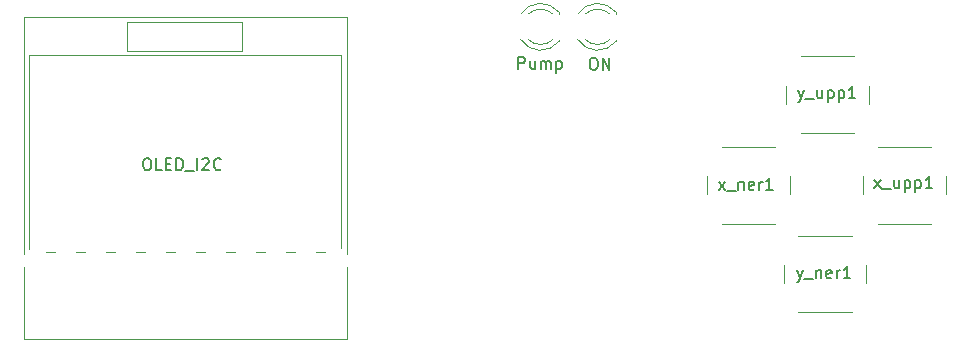
<source format=gto>
G04 #@! TF.GenerationSoftware,KiCad,Pcbnew,(5.1.10)-1*
G04 #@! TF.CreationDate,2024-12-13T18:52:17+01:00*
G04 #@! TF.ProjectId,plant_watner_V2.0,706c616e-745f-4776-9174-6e65725f5632,rev?*
G04 #@! TF.SameCoordinates,Original*
G04 #@! TF.FileFunction,Legend,Top*
G04 #@! TF.FilePolarity,Positive*
%FSLAX46Y46*%
G04 Gerber Fmt 4.6, Leading zero omitted, Abs format (unit mm)*
G04 Created by KiCad (PCBNEW (5.1.10)-1) date 2024-12-13 18:52:17*
%MOMM*%
%LPD*%
G01*
G04 APERTURE LIST*
%ADD10C,0.120000*%
%ADD11C,0.150000*%
%ADD12O,1.304000X2.404000*%
%ADD13C,2.204000*%
%ADD14C,1.702000*%
%ADD15O,1.702000X1.702000*%
%ADD16O,1.802000X1.802000*%
%ADD17C,2.102000*%
%ADD18C,5.702000*%
%ADD19O,2.007000X2.102000*%
%ADD20C,1.902000*%
%ADD21O,1.702000X2.102000*%
G04 APERTURE END LIST*
D10*
X171796005Y-110862729D02*
X171796005Y-109362729D01*
X170546005Y-106862729D02*
X166046005Y-106862729D01*
X164796005Y-109362729D02*
X164796005Y-110862729D01*
X166046005Y-113362729D02*
X170546005Y-113362729D01*
X179254004Y-113362729D02*
X183754004Y-113362729D01*
X178004004Y-109362729D02*
X178004004Y-110862729D01*
X183754004Y-106862729D02*
X179254004Y-106862729D01*
X185004004Y-110862729D02*
X185004004Y-109362729D01*
X178285635Y-118370348D02*
X178285635Y-116870348D01*
X177035635Y-114370348D02*
X172535635Y-114370348D01*
X171285635Y-116870348D02*
X171285635Y-118370348D01*
X172535635Y-120870348D02*
X177035635Y-120870348D01*
X177266636Y-99202347D02*
X172766636Y-99202347D01*
X178516636Y-103202347D02*
X178516636Y-101702347D01*
X172766636Y-105702347D02*
X177266636Y-105702347D01*
X171516636Y-101702347D02*
X171516636Y-103202347D01*
X157093634Y-97937348D02*
X157093634Y-97781348D01*
X157093634Y-95621348D02*
X157093634Y-95465348D01*
X154492504Y-95621511D02*
G75*
G02*
X156574595Y-95621348I1041130J-1079837D01*
G01*
X154492504Y-97781185D02*
G75*
G03*
X156574595Y-97781348I1041130J1079837D01*
G01*
X153861299Y-95622740D02*
G75*
G02*
X157093634Y-95465832I1672335J-1078608D01*
G01*
X153861299Y-97779956D02*
G75*
G03*
X157093634Y-97936864I1672335J1078608D01*
G01*
X152267636Y-95621348D02*
X152267636Y-95465348D01*
X152267636Y-97937348D02*
X152267636Y-97781348D01*
X149035301Y-97779956D02*
G75*
G03*
X152267636Y-97936864I1672335J1078608D01*
G01*
X149035301Y-95622740D02*
G75*
G02*
X152267636Y-95465832I1672335J-1078608D01*
G01*
X149666506Y-97781185D02*
G75*
G03*
X151748597Y-97781348I1041130J1079837D01*
G01*
X149666506Y-95621511D02*
G75*
G02*
X151748597Y-95621348I1041130J-1079837D01*
G01*
X106954635Y-95831349D02*
X134354635Y-95831349D01*
X134354635Y-95831349D02*
X134354635Y-123131349D01*
X134354635Y-123131349D02*
X106954635Y-123131349D01*
X106954635Y-123131349D02*
X106954635Y-95831349D01*
X130476635Y-115726349D02*
X107376635Y-115726349D01*
X107376635Y-115726349D02*
X107376635Y-99126349D01*
X107376635Y-99126349D02*
X130476635Y-99126349D01*
X115655635Y-96320349D02*
X125434635Y-96320349D01*
X125434635Y-96320349D02*
X125434635Y-98733349D01*
X125434635Y-98733349D02*
X115655635Y-98733349D01*
X115655635Y-96320349D02*
X115655635Y-98733349D01*
X130476635Y-99126349D02*
X133562635Y-99126349D01*
X130476635Y-115726349D02*
X133816635Y-115751349D01*
X133816635Y-115751349D02*
X133816635Y-99114349D01*
X133816635Y-99114349D02*
X133562635Y-99126349D01*
D11*
X165797112Y-110488728D02*
X166320921Y-109822062D01*
X165797112Y-109822062D02*
X166320921Y-110488728D01*
X166463778Y-110583967D02*
X167225683Y-110583967D01*
X167463778Y-109822062D02*
X167463778Y-110488728D01*
X167463778Y-109917300D02*
X167511397Y-109869681D01*
X167606636Y-109822062D01*
X167749493Y-109822062D01*
X167844731Y-109869681D01*
X167892350Y-109964919D01*
X167892350Y-110488728D01*
X168749493Y-110441109D02*
X168654255Y-110488728D01*
X168463778Y-110488728D01*
X168368540Y-110441109D01*
X168320921Y-110345871D01*
X168320921Y-109964919D01*
X168368540Y-109869681D01*
X168463778Y-109822062D01*
X168654255Y-109822062D01*
X168749493Y-109869681D01*
X168797112Y-109964919D01*
X168797112Y-110060157D01*
X168320921Y-110155395D01*
X169225683Y-110488728D02*
X169225683Y-109822062D01*
X169225683Y-110012538D02*
X169273302Y-109917300D01*
X169320921Y-109869681D01*
X169416159Y-109822062D01*
X169511397Y-109822062D01*
X170368540Y-110488728D02*
X169797112Y-110488728D01*
X170082826Y-110488728D02*
X170082826Y-109488728D01*
X169987588Y-109631586D01*
X169892350Y-109726824D01*
X169797112Y-109774443D01*
X178965444Y-110361728D02*
X179489254Y-109695062D01*
X178965444Y-109695062D02*
X179489254Y-110361728D01*
X179632111Y-110456967D02*
X180394015Y-110456967D01*
X181060682Y-109695062D02*
X181060682Y-110361728D01*
X180632111Y-109695062D02*
X180632111Y-110218871D01*
X180679730Y-110314109D01*
X180774968Y-110361728D01*
X180917825Y-110361728D01*
X181013063Y-110314109D01*
X181060682Y-110266490D01*
X181536873Y-109695062D02*
X181536873Y-110695062D01*
X181536873Y-109742681D02*
X181632111Y-109695062D01*
X181822587Y-109695062D01*
X181917825Y-109742681D01*
X181965444Y-109790300D01*
X182013063Y-109885538D01*
X182013063Y-110171252D01*
X181965444Y-110266490D01*
X181917825Y-110314109D01*
X181822587Y-110361728D01*
X181632111Y-110361728D01*
X181536873Y-110314109D01*
X182441635Y-109695062D02*
X182441635Y-110695062D01*
X182441635Y-109742681D02*
X182536873Y-109695062D01*
X182727349Y-109695062D01*
X182822587Y-109742681D01*
X182870206Y-109790300D01*
X182917825Y-109885538D01*
X182917825Y-110171252D01*
X182870206Y-110266490D01*
X182822587Y-110314109D01*
X182727349Y-110361728D01*
X182536873Y-110361728D01*
X182441635Y-110314109D01*
X183870206Y-110361728D02*
X183298777Y-110361728D01*
X183584492Y-110361728D02*
X183584492Y-109361728D01*
X183489254Y-109504586D01*
X183394015Y-109599824D01*
X183298777Y-109647443D01*
X172424920Y-117315062D02*
X172663015Y-117981728D01*
X172901111Y-117315062D02*
X172663015Y-117981728D01*
X172567777Y-118219824D01*
X172520158Y-118267443D01*
X172424920Y-118315062D01*
X173043968Y-118076967D02*
X173805873Y-118076967D01*
X174043968Y-117315062D02*
X174043968Y-117981728D01*
X174043968Y-117410300D02*
X174091587Y-117362681D01*
X174186825Y-117315062D01*
X174329682Y-117315062D01*
X174424920Y-117362681D01*
X174472539Y-117457919D01*
X174472539Y-117981728D01*
X175329682Y-117934109D02*
X175234444Y-117981728D01*
X175043968Y-117981728D01*
X174948730Y-117934109D01*
X174901111Y-117838871D01*
X174901111Y-117457919D01*
X174948730Y-117362681D01*
X175043968Y-117315062D01*
X175234444Y-117315062D01*
X175329682Y-117362681D01*
X175377301Y-117457919D01*
X175377301Y-117553157D01*
X174901111Y-117648395D01*
X175805873Y-117981728D02*
X175805873Y-117315062D01*
X175805873Y-117505538D02*
X175853492Y-117410300D01*
X175901111Y-117362681D01*
X175996349Y-117315062D01*
X176091587Y-117315062D01*
X176948730Y-117981728D02*
X176377301Y-117981728D01*
X176663015Y-117981728D02*
X176663015Y-116981728D01*
X176567777Y-117124586D01*
X176472539Y-117219824D01*
X176377301Y-117267443D01*
X172512255Y-102075061D02*
X172750350Y-102741727D01*
X172988445Y-102075061D02*
X172750350Y-102741727D01*
X172655112Y-102979823D01*
X172607493Y-103027442D01*
X172512255Y-103075061D01*
X173131302Y-102836966D02*
X173893207Y-102836966D01*
X174559874Y-102075061D02*
X174559874Y-102741727D01*
X174131302Y-102075061D02*
X174131302Y-102598870D01*
X174178921Y-102694108D01*
X174274159Y-102741727D01*
X174417016Y-102741727D01*
X174512255Y-102694108D01*
X174559874Y-102646489D01*
X175036064Y-102075061D02*
X175036064Y-103075061D01*
X175036064Y-102122680D02*
X175131302Y-102075061D01*
X175321778Y-102075061D01*
X175417016Y-102122680D01*
X175464636Y-102170299D01*
X175512255Y-102265537D01*
X175512255Y-102551251D01*
X175464636Y-102646489D01*
X175417016Y-102694108D01*
X175321778Y-102741727D01*
X175131302Y-102741727D01*
X175036064Y-102694108D01*
X175940826Y-102075061D02*
X175940826Y-103075061D01*
X175940826Y-102122680D02*
X176036064Y-102075061D01*
X176226540Y-102075061D01*
X176321778Y-102122680D01*
X176369397Y-102170299D01*
X176417016Y-102265537D01*
X176417016Y-102551251D01*
X176369397Y-102646489D01*
X176321778Y-102694108D01*
X176226540Y-102741727D01*
X176036064Y-102741727D01*
X175940826Y-102694108D01*
X177369397Y-102741727D02*
X176797969Y-102741727D01*
X177083683Y-102741727D02*
X177083683Y-101741727D01*
X176988445Y-101884585D01*
X176893207Y-101979823D01*
X176797969Y-102027442D01*
X155105086Y-99328728D02*
X155295562Y-99328728D01*
X155390800Y-99376348D01*
X155486038Y-99471586D01*
X155533657Y-99662062D01*
X155533657Y-99995395D01*
X155486038Y-100185871D01*
X155390800Y-100281109D01*
X155295562Y-100328728D01*
X155105086Y-100328728D01*
X155009848Y-100281109D01*
X154914610Y-100185871D01*
X154866991Y-99995395D01*
X154866991Y-99662062D01*
X154914610Y-99471586D01*
X155009848Y-99376348D01*
X155105086Y-99328728D01*
X155962229Y-100328728D02*
X155962229Y-99328728D01*
X156533657Y-100328728D01*
X156533657Y-99328728D01*
X148810802Y-100265228D02*
X148810802Y-99265228D01*
X149191755Y-99265228D01*
X149286993Y-99312848D01*
X149334612Y-99360467D01*
X149382231Y-99455705D01*
X149382231Y-99598562D01*
X149334612Y-99693800D01*
X149286993Y-99741419D01*
X149191755Y-99789038D01*
X148810802Y-99789038D01*
X150239374Y-99598562D02*
X150239374Y-100265228D01*
X149810802Y-99598562D02*
X149810802Y-100122371D01*
X149858421Y-100217609D01*
X149953659Y-100265228D01*
X150096516Y-100265228D01*
X150191755Y-100217609D01*
X150239374Y-100169990D01*
X150715564Y-100265228D02*
X150715564Y-99598562D01*
X150715564Y-99693800D02*
X150763183Y-99646181D01*
X150858421Y-99598562D01*
X151001278Y-99598562D01*
X151096516Y-99646181D01*
X151144136Y-99741419D01*
X151144136Y-100265228D01*
X151144136Y-99741419D02*
X151191755Y-99646181D01*
X151286993Y-99598562D01*
X151429850Y-99598562D01*
X151525088Y-99646181D01*
X151572707Y-99741419D01*
X151572707Y-100265228D01*
X152048897Y-99598562D02*
X152048897Y-100598562D01*
X152048897Y-99646181D02*
X152144136Y-99598562D01*
X152334612Y-99598562D01*
X152429850Y-99646181D01*
X152477469Y-99693800D01*
X152525088Y-99789038D01*
X152525088Y-100074752D01*
X152477469Y-100169990D01*
X152429850Y-100217609D01*
X152334612Y-100265228D01*
X152144136Y-100265228D01*
X152048897Y-100217609D01*
X117307015Y-107837729D02*
X117497492Y-107837729D01*
X117592730Y-107885349D01*
X117687968Y-107980587D01*
X117735587Y-108171063D01*
X117735587Y-108504396D01*
X117687968Y-108694872D01*
X117592730Y-108790110D01*
X117497492Y-108837729D01*
X117307015Y-108837729D01*
X117211777Y-108790110D01*
X117116539Y-108694872D01*
X117068920Y-108504396D01*
X117068920Y-108171063D01*
X117116539Y-107980587D01*
X117211777Y-107885349D01*
X117307015Y-107837729D01*
X118640349Y-108837729D02*
X118164158Y-108837729D01*
X118164158Y-107837729D01*
X118973682Y-108313920D02*
X119307015Y-108313920D01*
X119449873Y-108837729D02*
X118973682Y-108837729D01*
X118973682Y-107837729D01*
X119449873Y-107837729D01*
X119878444Y-108837729D02*
X119878444Y-107837729D01*
X120116539Y-107837729D01*
X120259396Y-107885349D01*
X120354635Y-107980587D01*
X120402254Y-108075825D01*
X120449873Y-108266301D01*
X120449873Y-108409158D01*
X120402254Y-108599634D01*
X120354635Y-108694872D01*
X120259396Y-108790110D01*
X120116539Y-108837729D01*
X119878444Y-108837729D01*
X120640349Y-108932968D02*
X121402254Y-108932968D01*
X121640349Y-108837729D02*
X121640349Y-107837729D01*
X122068920Y-107932968D02*
X122116539Y-107885349D01*
X122211777Y-107837729D01*
X122449873Y-107837729D01*
X122545111Y-107885349D01*
X122592730Y-107932968D01*
X122640349Y-108028206D01*
X122640349Y-108123444D01*
X122592730Y-108266301D01*
X122021301Y-108837729D01*
X122640349Y-108837729D01*
X123640349Y-108742491D02*
X123592730Y-108790110D01*
X123449873Y-108837729D01*
X123354635Y-108837729D01*
X123211777Y-108790110D01*
X123116539Y-108694872D01*
X123068920Y-108599634D01*
X123021301Y-108409158D01*
X123021301Y-108266301D01*
X123068920Y-108075825D01*
X123116539Y-107980587D01*
X123211777Y-107885349D01*
X123354635Y-107837729D01*
X123449873Y-107837729D01*
X123592730Y-107885349D01*
X123640349Y-107932968D01*
%LPC*%
D12*
X151114035Y-120972748D03*
X152485635Y-120958348D03*
X153857235Y-120958348D03*
D13*
X138494635Y-116513348D03*
X135954635Y-116513348D03*
X133414635Y-116513348D03*
X130874635Y-116513348D03*
X128334635Y-116513348D03*
X125794635Y-116513348D03*
X123254635Y-116513348D03*
X120714635Y-116513348D03*
X118174635Y-116513348D03*
X115634635Y-116513348D03*
X113094635Y-116513348D03*
X110554635Y-116513348D03*
X108014635Y-116513348D03*
X105474635Y-116513348D03*
X102934635Y-116513348D03*
X138494635Y-91113348D03*
X135954635Y-91113348D03*
X133414635Y-91113348D03*
X130874635Y-91113348D03*
X128334635Y-91113348D03*
X125794635Y-91113348D03*
X123254635Y-91113348D03*
X120714635Y-91113348D03*
X118174635Y-91113348D03*
X115634635Y-91113348D03*
X113094635Y-91113348D03*
X110554635Y-91113348D03*
X108014635Y-91113348D03*
X105474635Y-91113348D03*
G36*
G01*
X101934635Y-90011348D02*
X103934635Y-90011348D01*
G75*
G02*
X104036635Y-90113348I0J-102000D01*
G01*
X104036635Y-92113348D01*
G75*
G02*
X103934635Y-92215348I-102000J0D01*
G01*
X101934635Y-92215348D01*
G75*
G02*
X101832635Y-92113348I0J102000D01*
G01*
X101832635Y-90113348D01*
G75*
G02*
X101934635Y-90011348I102000J0D01*
G01*
G37*
D14*
X188218355Y-70064368D03*
D15*
X178058355Y-70064368D03*
X178086355Y-67016369D03*
D14*
X188246355Y-67016369D03*
D15*
X178058354Y-63968369D03*
D14*
X188218354Y-63968369D03*
X188218356Y-60920368D03*
D15*
X178058356Y-60920368D03*
G36*
G01*
X157780635Y-92141348D02*
X156080635Y-92141348D01*
G75*
G02*
X156029635Y-92090348I0J51000D01*
G01*
X156029635Y-90390348D01*
G75*
G02*
X156080635Y-90339348I51000J0D01*
G01*
X157780635Y-90339348D01*
G75*
G02*
X157831635Y-90390348I0J-51000D01*
G01*
X157831635Y-92090348D01*
G75*
G02*
X157780635Y-92141348I-51000J0D01*
G01*
G37*
D16*
X154390635Y-91240348D03*
X151850635Y-91240348D03*
X149310635Y-91240348D03*
D17*
X165046005Y-112362729D03*
X165046005Y-107862729D03*
X171546005Y-112362729D03*
X171546005Y-107862729D03*
X184754004Y-107862729D03*
X184754004Y-112362729D03*
X178254004Y-107862729D03*
X178254004Y-112362729D03*
X171535635Y-119870348D03*
X171535635Y-115370348D03*
X178035635Y-119870348D03*
X178035635Y-115370348D03*
X171766636Y-104702347D03*
X171766636Y-100202347D03*
X178266636Y-104702347D03*
X178266636Y-100202347D03*
D18*
X186140635Y-121720348D03*
X183346635Y-53648348D03*
X95843636Y-122355349D03*
G36*
G01*
X188438636Y-82008348D02*
X188438636Y-83708348D01*
G75*
G02*
X188387636Y-83759348I-51000J0D01*
G01*
X186687636Y-83759348D01*
G75*
G02*
X186636636Y-83708348I0J51000D01*
G01*
X186636636Y-82008348D01*
G75*
G02*
X186687636Y-81957348I51000J0D01*
G01*
X188387636Y-81957348D01*
G75*
G02*
X188438636Y-82008348I0J-51000D01*
G01*
G37*
D16*
X187537636Y-85398348D03*
X187537636Y-87938348D03*
G36*
G01*
X156283136Y-112338349D02*
X156283136Y-114338349D01*
G75*
G02*
X156232136Y-114389349I-51000J0D01*
G01*
X154327136Y-114389349D01*
G75*
G02*
X154276136Y-114338349I0J51000D01*
G01*
X154276136Y-112338349D01*
G75*
G02*
X154327136Y-112287349I51000J0D01*
G01*
X156232136Y-112287349D01*
G75*
G02*
X156283136Y-112338349I0J-51000D01*
G01*
G37*
D19*
X152739636Y-113338349D03*
X150199636Y-113338349D03*
D20*
X154263634Y-96701348D03*
G36*
G01*
X157754634Y-95801348D02*
X157754634Y-97601348D01*
G75*
G02*
X157703634Y-97652348I-51000J0D01*
G01*
X155903634Y-97652348D01*
G75*
G02*
X155852634Y-97601348I0J51000D01*
G01*
X155852634Y-95801348D01*
G75*
G02*
X155903634Y-95750348I51000J0D01*
G01*
X157703634Y-95750348D01*
G75*
G02*
X157754634Y-95801348I0J-51000D01*
G01*
G37*
G36*
G01*
X152928636Y-95801348D02*
X152928636Y-97601348D01*
G75*
G02*
X152877636Y-97652348I-51000J0D01*
G01*
X151077636Y-97652348D01*
G75*
G02*
X151026636Y-97601348I0J51000D01*
G01*
X151026636Y-95801348D01*
G75*
G02*
X151077636Y-95750348I51000J0D01*
G01*
X152877636Y-95750348D01*
G75*
G02*
X152928636Y-95801348I0J-51000D01*
G01*
G37*
X149437636Y-96701348D03*
G36*
G01*
X188438636Y-92930348D02*
X188438636Y-94630348D01*
G75*
G02*
X188387636Y-94681348I-51000J0D01*
G01*
X186687636Y-94681348D01*
G75*
G02*
X186636636Y-94630348I0J51000D01*
G01*
X186636636Y-92930348D01*
G75*
G02*
X186687636Y-92879348I51000J0D01*
G01*
X188387636Y-92879348D01*
G75*
G02*
X188438636Y-92930348I0J-51000D01*
G01*
G37*
D16*
X187537636Y-96320348D03*
D21*
X124354635Y-97531349D03*
X121814635Y-97531349D03*
X116734635Y-97531349D03*
X119274635Y-97531349D03*
D14*
X166963634Y-119751850D03*
D15*
X156803634Y-119751850D03*
X178076136Y-76190849D03*
D14*
X188236136Y-76190849D03*
X188236136Y-73079349D03*
D15*
X178076136Y-73079349D03*
M02*

</source>
